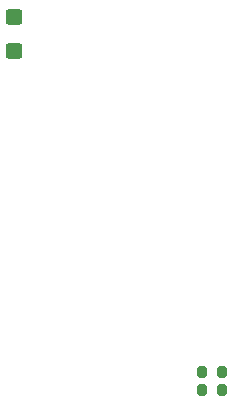
<source format=gbp>
%TF.GenerationSoftware,KiCad,Pcbnew,8.0.3*%
%TF.CreationDate,2024-07-16T23:19:00+08:00*%
%TF.ProjectId,mspm0,6d73706d-302e-46b6-9963-61645f706362,rev?*%
%TF.SameCoordinates,Original*%
%TF.FileFunction,Paste,Bot*%
%TF.FilePolarity,Positive*%
%FSLAX46Y46*%
G04 Gerber Fmt 4.6, Leading zero omitted, Abs format (unit mm)*
G04 Created by KiCad (PCBNEW 8.0.3) date 2024-07-16 23:19:00*
%MOMM*%
%LPD*%
G01*
G04 APERTURE LIST*
G04 Aperture macros list*
%AMRoundRect*
0 Rectangle with rounded corners*
0 $1 Rounding radius*
0 $2 $3 $4 $5 $6 $7 $8 $9 X,Y pos of 4 corners*
0 Add a 4 corners polygon primitive as box body*
4,1,4,$2,$3,$4,$5,$6,$7,$8,$9,$2,$3,0*
0 Add four circle primitives for the rounded corners*
1,1,$1+$1,$2,$3*
1,1,$1+$1,$4,$5*
1,1,$1+$1,$6,$7*
1,1,$1+$1,$8,$9*
0 Add four rect primitives between the rounded corners*
20,1,$1+$1,$2,$3,$4,$5,0*
20,1,$1+$1,$4,$5,$6,$7,0*
20,1,$1+$1,$6,$7,$8,$9,0*
20,1,$1+$1,$8,$9,$2,$3,0*%
G04 Aperture macros list end*
%ADD10RoundRect,0.250000X-0.450000X0.400000X-0.450000X-0.400000X0.450000X-0.400000X0.450000X0.400000X0*%
%ADD11RoundRect,0.200000X-0.200000X-0.275000X0.200000X-0.275000X0.200000X0.275000X-0.200000X0.275000X0*%
G04 APERTURE END LIST*
D10*
%TO.C,D14*%
X129350000Y-55500000D03*
X129350000Y-58400000D03*
%TD*%
D11*
%TO.C,R48*%
X145325000Y-87050000D03*
X146975000Y-87050000D03*
%TD*%
%TO.C,R47*%
X145325000Y-85550000D03*
X146975000Y-85550000D03*
%TD*%
M02*

</source>
